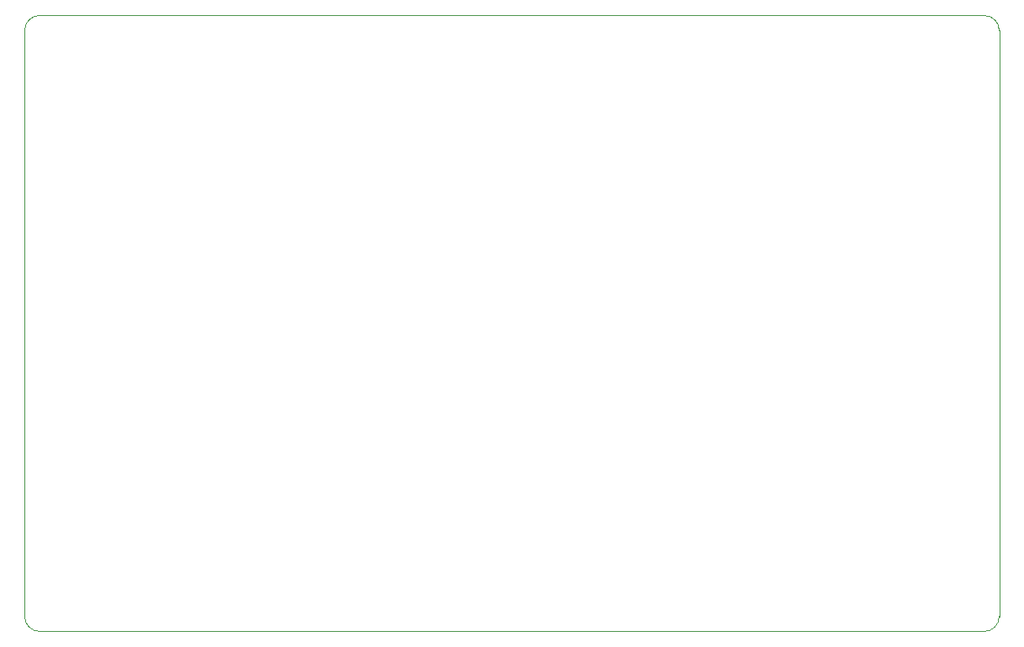
<source format=gbr>
%TF.GenerationSoftware,KiCad,Pcbnew,8.0.9*%
%TF.CreationDate,2025-03-06T21:03:41+08:00*%
%TF.ProjectId,CCD_Sensor_ZYNQ,4343445f-5365-46e7-936f-725f5a594e51,rev?*%
%TF.SameCoordinates,Original*%
%TF.FileFunction,Profile,NP*%
%FSLAX46Y46*%
G04 Gerber Fmt 4.6, Leading zero omitted, Abs format (unit mm)*
G04 Created by KiCad (PCBNEW 8.0.9) date 2025-03-06 21:03:41*
%MOMM*%
%LPD*%
G01*
G04 APERTURE LIST*
%TA.AperFunction,Profile*%
%ADD10C,0.050000*%
%TD*%
G04 APERTURE END LIST*
D10*
X270400000Y-64477146D02*
X270400000Y-123527146D01*
X173750000Y-62977146D02*
X268900000Y-62977146D01*
X268900000Y-62977146D02*
G75*
G02*
X270399954Y-64477146I0J-1499954D01*
G01*
X172250000Y-123527146D02*
X172250000Y-64477146D01*
X270400000Y-123527146D02*
G75*
G02*
X268900000Y-125027200I-1500100J46D01*
G01*
X173750000Y-125027146D02*
G75*
G02*
X172249954Y-123527146I0J1500046D01*
G01*
X172250000Y-64477146D02*
G75*
G02*
X173750000Y-62977200I1499900J46D01*
G01*
X268900000Y-125027146D02*
X173750000Y-125027146D01*
M02*

</source>
